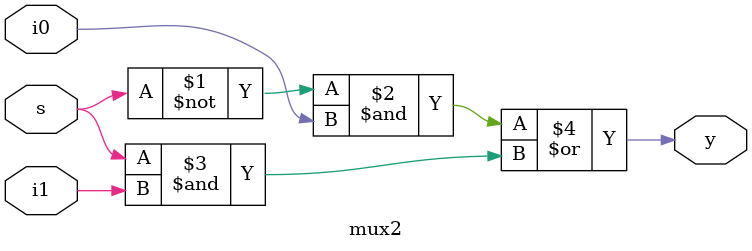
<source format=v>
module mux2(i0,i1,s,y);
input i0,i1,s;
output wire y;
assign y = (~s&i0) | (s&i1);
endmodule

</source>
